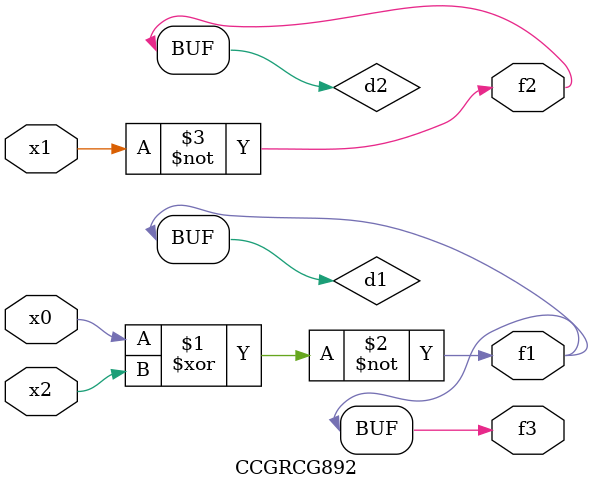
<source format=v>
module CCGRCG892(
	input x0, x1, x2,
	output f1, f2, f3
);

	wire d1, d2, d3;

	xnor (d1, x0, x2);
	nand (d2, x1);
	nor (d3, x1, x2);
	assign f1 = d1;
	assign f2 = d2;
	assign f3 = d1;
endmodule

</source>
